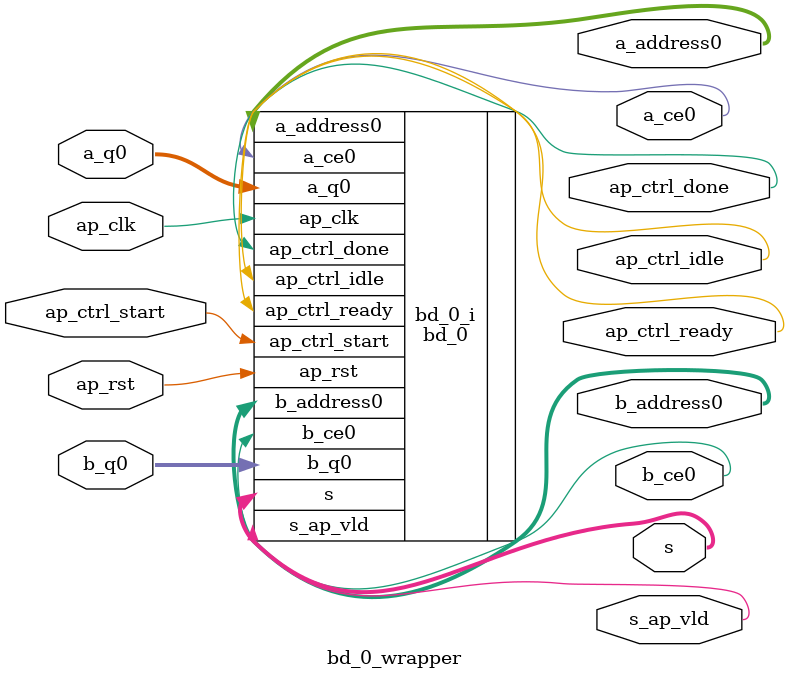
<source format=v>
`timescale 1 ps / 1 ps

module bd_0_wrapper
   (a_address0,
    a_ce0,
    a_q0,
    ap_clk,
    ap_ctrl_done,
    ap_ctrl_idle,
    ap_ctrl_ready,
    ap_ctrl_start,
    ap_rst,
    b_address0,
    b_ce0,
    b_q0,
    s,
    s_ap_vld);
  output [2:0]a_address0;
  output a_ce0;
  input [15:0]a_q0;
  input ap_clk;
  output ap_ctrl_done;
  output ap_ctrl_idle;
  output ap_ctrl_ready;
  input ap_ctrl_start;
  input ap_rst;
  output [2:0]b_address0;
  output b_ce0;
  input [15:0]b_q0;
  output [15:0]s;
  output s_ap_vld;

  wire [2:0]a_address0;
  wire a_ce0;
  wire [15:0]a_q0;
  wire ap_clk;
  wire ap_ctrl_done;
  wire ap_ctrl_idle;
  wire ap_ctrl_ready;
  wire ap_ctrl_start;
  wire ap_rst;
  wire [2:0]b_address0;
  wire b_ce0;
  wire [15:0]b_q0;
  wire [15:0]s;
  wire s_ap_vld;

  bd_0 bd_0_i
       (.a_address0(a_address0),
        .a_ce0(a_ce0),
        .a_q0(a_q0),
        .ap_clk(ap_clk),
        .ap_ctrl_done(ap_ctrl_done),
        .ap_ctrl_idle(ap_ctrl_idle),
        .ap_ctrl_ready(ap_ctrl_ready),
        .ap_ctrl_start(ap_ctrl_start),
        .ap_rst(ap_rst),
        .b_address0(b_address0),
        .b_ce0(b_ce0),
        .b_q0(b_q0),
        .s(s),
        .s_ap_vld(s_ap_vld));
endmodule

</source>
